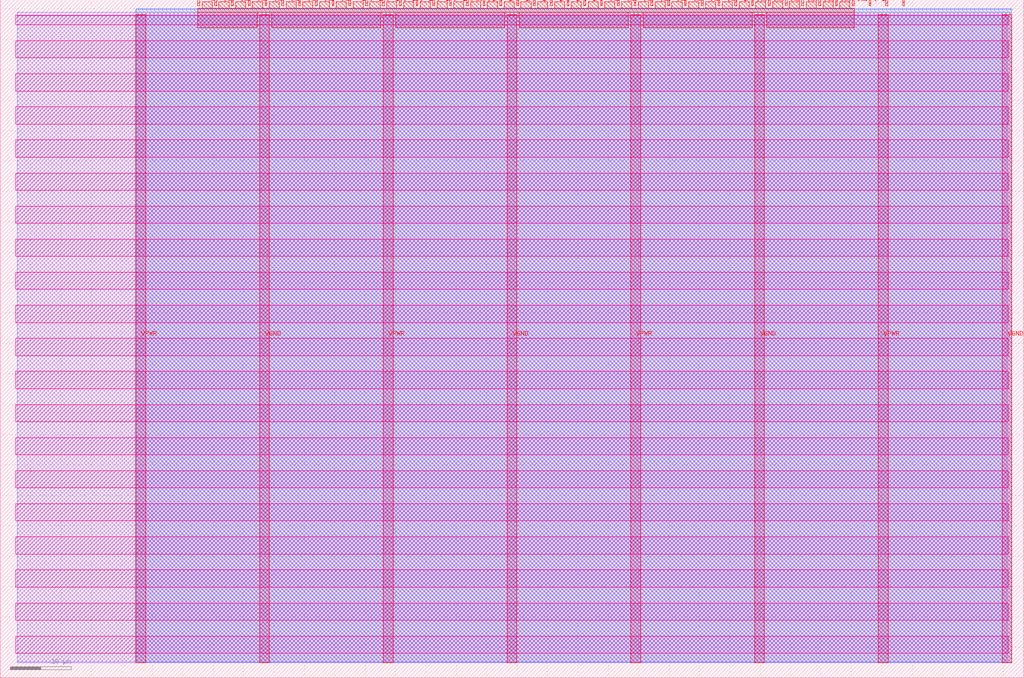
<source format=lef>
VERSION 5.7 ;
  NOWIREEXTENSIONATPIN ON ;
  DIVIDERCHAR "/" ;
  BUSBITCHARS "[]" ;
MACRO tt_um_wokwi_380145600224164865_dup
  CLASS BLOCK ;
  FOREIGN tt_um_wokwi_380145600224164865_dup ;
  ORIGIN 0.000 0.000 ;
  SIZE 168.360 BY 111.520 ;
  PIN VGND
    DIRECTION INOUT ;
    USE GROUND ;
    PORT
      LAYER met4 ;
        RECT 42.670 2.480 44.270 109.040 ;
    END
    PORT
      LAYER met4 ;
        RECT 83.380 2.480 84.980 109.040 ;
    END
    PORT
      LAYER met4 ;
        RECT 124.090 2.480 125.690 109.040 ;
    END
    PORT
      LAYER met4 ;
        RECT 164.800 2.480 166.400 109.040 ;
    END
  END VGND
  PIN VPWR
    DIRECTION INOUT ;
    USE POWER ;
    PORT
      LAYER met4 ;
        RECT 22.315 2.480 23.915 109.040 ;
    END
    PORT
      LAYER met4 ;
        RECT 63.025 2.480 64.625 109.040 ;
    END
    PORT
      LAYER met4 ;
        RECT 103.735 2.480 105.335 109.040 ;
    END
    PORT
      LAYER met4 ;
        RECT 144.445 2.480 146.045 109.040 ;
    END
  END VPWR
  PIN clk
    DIRECTION INPUT ;
    USE SIGNAL ;
    PORT
      LAYER met4 ;
        RECT 145.670 110.520 145.970 111.520 ;
    END
  END clk
  PIN ena
    DIRECTION INPUT ;
    USE SIGNAL ;
    PORT
      LAYER met4 ;
        RECT 148.430 110.520 148.730 111.520 ;
    END
  END ena
  PIN rst_n
    DIRECTION INPUT ;
    USE SIGNAL ;
    PORT
      LAYER met4 ;
        RECT 142.910 110.520 143.210 111.520 ;
    END
  END rst_n
  PIN ui_in[0]
    DIRECTION INPUT ;
    USE SIGNAL ;
    ANTENNAGATEAREA 0.196500 ;
    PORT
      LAYER met4 ;
        RECT 140.150 110.520 140.450 111.520 ;
    END
  END ui_in[0]
  PIN ui_in[1]
    DIRECTION INPUT ;
    USE SIGNAL ;
    ANTENNAGATEAREA 0.126000 ;
    PORT
      LAYER met4 ;
        RECT 137.390 110.520 137.690 111.520 ;
    END
  END ui_in[1]
  PIN ui_in[2]
    DIRECTION INPUT ;
    USE SIGNAL ;
    ANTENNAGATEAREA 0.213000 ;
    PORT
      LAYER met4 ;
        RECT 134.630 110.520 134.930 111.520 ;
    END
  END ui_in[2]
  PIN ui_in[3]
    DIRECTION INPUT ;
    USE SIGNAL ;
    ANTENNAGATEAREA 0.213000 ;
    PORT
      LAYER met4 ;
        RECT 131.870 110.520 132.170 111.520 ;
    END
  END ui_in[3]
  PIN ui_in[4]
    DIRECTION INPUT ;
    USE SIGNAL ;
    PORT
      LAYER met4 ;
        RECT 129.110 110.520 129.410 111.520 ;
    END
  END ui_in[4]
  PIN ui_in[5]
    DIRECTION INPUT ;
    USE SIGNAL ;
    PORT
      LAYER met4 ;
        RECT 126.350 110.520 126.650 111.520 ;
    END
  END ui_in[5]
  PIN ui_in[6]
    DIRECTION INPUT ;
    USE SIGNAL ;
    PORT
      LAYER met4 ;
        RECT 123.590 110.520 123.890 111.520 ;
    END
  END ui_in[6]
  PIN ui_in[7]
    DIRECTION INPUT ;
    USE SIGNAL ;
    PORT
      LAYER met4 ;
        RECT 120.830 110.520 121.130 111.520 ;
    END
  END ui_in[7]
  PIN uio_in[0]
    DIRECTION INPUT ;
    USE SIGNAL ;
    PORT
      LAYER met4 ;
        RECT 118.070 110.520 118.370 111.520 ;
    END
  END uio_in[0]
  PIN uio_in[1]
    DIRECTION INPUT ;
    USE SIGNAL ;
    PORT
      LAYER met4 ;
        RECT 115.310 110.520 115.610 111.520 ;
    END
  END uio_in[1]
  PIN uio_in[2]
    DIRECTION INPUT ;
    USE SIGNAL ;
    PORT
      LAYER met4 ;
        RECT 112.550 110.520 112.850 111.520 ;
    END
  END uio_in[2]
  PIN uio_in[3]
    DIRECTION INPUT ;
    USE SIGNAL ;
    PORT
      LAYER met4 ;
        RECT 109.790 110.520 110.090 111.520 ;
    END
  END uio_in[3]
  PIN uio_in[4]
    DIRECTION INPUT ;
    USE SIGNAL ;
    PORT
      LAYER met4 ;
        RECT 107.030 110.520 107.330 111.520 ;
    END
  END uio_in[4]
  PIN uio_in[5]
    DIRECTION INPUT ;
    USE SIGNAL ;
    PORT
      LAYER met4 ;
        RECT 104.270 110.520 104.570 111.520 ;
    END
  END uio_in[5]
  PIN uio_in[6]
    DIRECTION INPUT ;
    USE SIGNAL ;
    PORT
      LAYER met4 ;
        RECT 101.510 110.520 101.810 111.520 ;
    END
  END uio_in[6]
  PIN uio_in[7]
    DIRECTION INPUT ;
    USE SIGNAL ;
    PORT
      LAYER met4 ;
        RECT 98.750 110.520 99.050 111.520 ;
    END
  END uio_in[7]
  PIN uio_oe[0]
    DIRECTION OUTPUT TRISTATE ;
    USE SIGNAL ;
    PORT
      LAYER met4 ;
        RECT 51.830 110.520 52.130 111.520 ;
    END
  END uio_oe[0]
  PIN uio_oe[1]
    DIRECTION OUTPUT TRISTATE ;
    USE SIGNAL ;
    PORT
      LAYER met4 ;
        RECT 49.070 110.520 49.370 111.520 ;
    END
  END uio_oe[1]
  PIN uio_oe[2]
    DIRECTION OUTPUT TRISTATE ;
    USE SIGNAL ;
    PORT
      LAYER met4 ;
        RECT 46.310 110.520 46.610 111.520 ;
    END
  END uio_oe[2]
  PIN uio_oe[3]
    DIRECTION OUTPUT TRISTATE ;
    USE SIGNAL ;
    PORT
      LAYER met4 ;
        RECT 43.550 110.520 43.850 111.520 ;
    END
  END uio_oe[3]
  PIN uio_oe[4]
    DIRECTION OUTPUT TRISTATE ;
    USE SIGNAL ;
    PORT
      LAYER met4 ;
        RECT 40.790 110.520 41.090 111.520 ;
    END
  END uio_oe[4]
  PIN uio_oe[5]
    DIRECTION OUTPUT TRISTATE ;
    USE SIGNAL ;
    PORT
      LAYER met4 ;
        RECT 38.030 110.520 38.330 111.520 ;
    END
  END uio_oe[5]
  PIN uio_oe[6]
    DIRECTION OUTPUT TRISTATE ;
    USE SIGNAL ;
    PORT
      LAYER met4 ;
        RECT 35.270 110.520 35.570 111.520 ;
    END
  END uio_oe[6]
  PIN uio_oe[7]
    DIRECTION OUTPUT TRISTATE ;
    USE SIGNAL ;
    PORT
      LAYER met4 ;
        RECT 32.510 110.520 32.810 111.520 ;
    END
  END uio_oe[7]
  PIN uio_out[0]
    DIRECTION OUTPUT TRISTATE ;
    USE SIGNAL ;
    PORT
      LAYER met4 ;
        RECT 73.910 110.520 74.210 111.520 ;
    END
  END uio_out[0]
  PIN uio_out[1]
    DIRECTION OUTPUT TRISTATE ;
    USE SIGNAL ;
    PORT
      LAYER met4 ;
        RECT 71.150 110.520 71.450 111.520 ;
    END
  END uio_out[1]
  PIN uio_out[2]
    DIRECTION OUTPUT TRISTATE ;
    USE SIGNAL ;
    PORT
      LAYER met4 ;
        RECT 68.390 110.520 68.690 111.520 ;
    END
  END uio_out[2]
  PIN uio_out[3]
    DIRECTION OUTPUT TRISTATE ;
    USE SIGNAL ;
    PORT
      LAYER met4 ;
        RECT 65.630 110.520 65.930 111.520 ;
    END
  END uio_out[3]
  PIN uio_out[4]
    DIRECTION OUTPUT TRISTATE ;
    USE SIGNAL ;
    PORT
      LAYER met4 ;
        RECT 62.870 110.520 63.170 111.520 ;
    END
  END uio_out[4]
  PIN uio_out[5]
    DIRECTION OUTPUT TRISTATE ;
    USE SIGNAL ;
    PORT
      LAYER met4 ;
        RECT 60.110 110.520 60.410 111.520 ;
    END
  END uio_out[5]
  PIN uio_out[6]
    DIRECTION OUTPUT TRISTATE ;
    USE SIGNAL ;
    PORT
      LAYER met4 ;
        RECT 57.350 110.520 57.650 111.520 ;
    END
  END uio_out[6]
  PIN uio_out[7]
    DIRECTION OUTPUT TRISTATE ;
    USE SIGNAL ;
    PORT
      LAYER met4 ;
        RECT 54.590 110.520 54.890 111.520 ;
    END
  END uio_out[7]
  PIN uo_out[0]
    DIRECTION OUTPUT TRISTATE ;
    USE SIGNAL ;
    ANTENNADIFFAREA 0.795200 ;
    PORT
      LAYER met4 ;
        RECT 95.990 110.520 96.290 111.520 ;
    END
  END uo_out[0]
  PIN uo_out[1]
    DIRECTION OUTPUT TRISTATE ;
    USE SIGNAL ;
    ANTENNADIFFAREA 0.795200 ;
    PORT
      LAYER met4 ;
        RECT 93.230 110.520 93.530 111.520 ;
    END
  END uo_out[1]
  PIN uo_out[2]
    DIRECTION OUTPUT TRISTATE ;
    USE SIGNAL ;
    ANTENNADIFFAREA 0.445500 ;
    PORT
      LAYER met4 ;
        RECT 90.470 110.520 90.770 111.520 ;
    END
  END uo_out[2]
  PIN uo_out[3]
    DIRECTION OUTPUT TRISTATE ;
    USE SIGNAL ;
    ANTENNADIFFAREA 0.795200 ;
    PORT
      LAYER met4 ;
        RECT 87.710 110.520 88.010 111.520 ;
    END
  END uo_out[3]
  PIN uo_out[4]
    DIRECTION OUTPUT TRISTATE ;
    USE SIGNAL ;
    ANTENNADIFFAREA 0.445500 ;
    PORT
      LAYER met4 ;
        RECT 84.950 110.520 85.250 111.520 ;
    END
  END uo_out[4]
  PIN uo_out[5]
    DIRECTION OUTPUT TRISTATE ;
    USE SIGNAL ;
    ANTENNADIFFAREA 0.445500 ;
    PORT
      LAYER met4 ;
        RECT 82.190 110.520 82.490 111.520 ;
    END
  END uo_out[5]
  PIN uo_out[6]
    DIRECTION OUTPUT TRISTATE ;
    USE SIGNAL ;
    ANTENNADIFFAREA 0.445500 ;
    PORT
      LAYER met4 ;
        RECT 79.430 110.520 79.730 111.520 ;
    END
  END uo_out[6]
  PIN uo_out[7]
    DIRECTION OUTPUT TRISTATE ;
    USE SIGNAL ;
    PORT
      LAYER met4 ;
        RECT 76.670 110.520 76.970 111.520 ;
    END
  END uo_out[7]
  OBS
      LAYER nwell ;
        RECT 2.570 107.385 165.790 108.990 ;
        RECT 2.570 101.945 165.790 104.775 ;
        RECT 2.570 96.505 165.790 99.335 ;
        RECT 2.570 91.065 165.790 93.895 ;
        RECT 2.570 85.625 165.790 88.455 ;
        RECT 2.570 80.185 165.790 83.015 ;
        RECT 2.570 74.745 165.790 77.575 ;
        RECT 2.570 69.305 165.790 72.135 ;
        RECT 2.570 63.865 165.790 66.695 ;
        RECT 2.570 58.425 165.790 61.255 ;
        RECT 2.570 52.985 165.790 55.815 ;
        RECT 2.570 47.545 165.790 50.375 ;
        RECT 2.570 42.105 165.790 44.935 ;
        RECT 2.570 36.665 165.790 39.495 ;
        RECT 2.570 31.225 165.790 34.055 ;
        RECT 2.570 25.785 165.790 28.615 ;
        RECT 2.570 20.345 165.790 23.175 ;
        RECT 2.570 14.905 165.790 17.735 ;
        RECT 2.570 9.465 165.790 12.295 ;
        RECT 2.570 4.025 165.790 6.855 ;
      LAYER li1 ;
        RECT 2.760 2.635 165.600 108.885 ;
      LAYER met1 ;
        RECT 2.760 2.480 166.400 109.440 ;
      LAYER met2 ;
        RECT 22.345 2.535 166.370 110.005 ;
      LAYER met3 ;
        RECT 22.325 2.555 166.390 109.985 ;
      LAYER met4 ;
        RECT 33.210 110.120 34.870 111.170 ;
        RECT 35.970 110.120 37.630 111.170 ;
        RECT 38.730 110.120 40.390 111.170 ;
        RECT 41.490 110.120 43.150 111.170 ;
        RECT 44.250 110.120 45.910 111.170 ;
        RECT 47.010 110.120 48.670 111.170 ;
        RECT 49.770 110.120 51.430 111.170 ;
        RECT 52.530 110.120 54.190 111.170 ;
        RECT 55.290 110.120 56.950 111.170 ;
        RECT 58.050 110.120 59.710 111.170 ;
        RECT 60.810 110.120 62.470 111.170 ;
        RECT 63.570 110.120 65.230 111.170 ;
        RECT 66.330 110.120 67.990 111.170 ;
        RECT 69.090 110.120 70.750 111.170 ;
        RECT 71.850 110.120 73.510 111.170 ;
        RECT 74.610 110.120 76.270 111.170 ;
        RECT 77.370 110.120 79.030 111.170 ;
        RECT 80.130 110.120 81.790 111.170 ;
        RECT 82.890 110.120 84.550 111.170 ;
        RECT 85.650 110.120 87.310 111.170 ;
        RECT 88.410 110.120 90.070 111.170 ;
        RECT 91.170 110.120 92.830 111.170 ;
        RECT 93.930 110.120 95.590 111.170 ;
        RECT 96.690 110.120 98.350 111.170 ;
        RECT 99.450 110.120 101.110 111.170 ;
        RECT 102.210 110.120 103.870 111.170 ;
        RECT 104.970 110.120 106.630 111.170 ;
        RECT 107.730 110.120 109.390 111.170 ;
        RECT 110.490 110.120 112.150 111.170 ;
        RECT 113.250 110.120 114.910 111.170 ;
        RECT 116.010 110.120 117.670 111.170 ;
        RECT 118.770 110.120 120.430 111.170 ;
        RECT 121.530 110.120 123.190 111.170 ;
        RECT 124.290 110.120 125.950 111.170 ;
        RECT 127.050 110.120 128.710 111.170 ;
        RECT 129.810 110.120 131.470 111.170 ;
        RECT 132.570 110.120 134.230 111.170 ;
        RECT 135.330 110.120 136.990 111.170 ;
        RECT 138.090 110.120 139.750 111.170 ;
        RECT 32.495 109.440 140.465 110.120 ;
        RECT 32.495 106.935 42.270 109.440 ;
        RECT 44.670 106.935 62.625 109.440 ;
        RECT 65.025 106.935 82.980 109.440 ;
        RECT 85.380 106.935 103.335 109.440 ;
        RECT 105.735 106.935 123.690 109.440 ;
        RECT 126.090 106.935 140.465 109.440 ;
  END
END tt_um_wokwi_380145600224164865_dup
END LIBRARY


</source>
